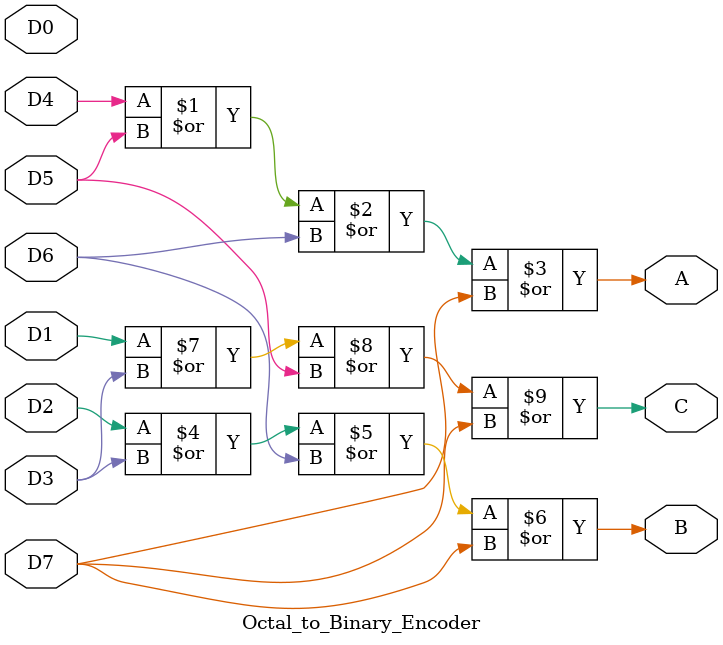
<source format=v>
`timescale 1ns / 1ps

module Octal_to_Binary_Encoder(D0,D1,D2,D3,D4,D5,D6,D7,A,B,C);
input  D0,D1,D2,D3,D4,D5,D6,D7;
output A,B,C;

or (A,D4,D5,D6,D7);
or (B,D2,D3,D6,D7);
or (C,D1,D3,D5,D7);
endmodule

</source>
